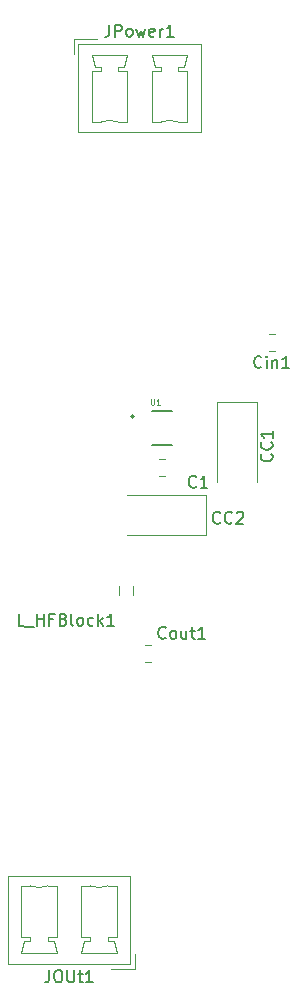
<source format=gbr>
%TF.GenerationSoftware,KiCad,Pcbnew,(5.1.9)-1*%
%TF.CreationDate,2021-03-17T18:47:33-04:00*%
%TF.ProjectId,InverterChargePump,496e7665-7274-4657-9243-686172676550,rev?*%
%TF.SameCoordinates,Original*%
%TF.FileFunction,Legend,Top*%
%TF.FilePolarity,Positive*%
%FSLAX46Y46*%
G04 Gerber Fmt 4.6, Leading zero omitted, Abs format (unit mm)*
G04 Created by KiCad (PCBNEW (5.1.9)-1) date 2021-03-17 18:47:33*
%MOMM*%
%LPD*%
G01*
G04 APERTURE LIST*
%ADD10C,0.120000*%
%ADD11C,0.127000*%
%ADD12C,0.200000*%
%ADD13C,0.150000*%
%ADD14C,0.015000*%
G04 APERTURE END LIST*
D10*
%TO.C,L_HFBlock1*%
X130885000Y-105772378D02*
X130885000Y-106571622D01*
X132005000Y-105772378D02*
X132005000Y-106571622D01*
%TO.C,Cout1*%
X133027748Y-110771000D02*
X133550252Y-110771000D01*
X133027748Y-112241000D02*
X133550252Y-112241000D01*
%TO.C,Cin1*%
X144025252Y-85952000D02*
X143502748Y-85952000D01*
X144025252Y-84482000D02*
X143502748Y-84482000D01*
%TO.C,CC2*%
X131493000Y-101532000D02*
X138253000Y-101532000D01*
X138253000Y-101532000D02*
X138253000Y-98112000D01*
X138253000Y-98112000D02*
X131493000Y-98112000D01*
%TO.C,CC1*%
X142553000Y-96980000D02*
X142553000Y-90220000D01*
X142553000Y-90220000D02*
X139133000Y-90220000D01*
X139133000Y-90220000D02*
X139133000Y-96980000D01*
D11*
%TO.C,U1*%
X133613000Y-91006000D02*
X135373000Y-91006000D01*
X133613000Y-93906000D02*
X135373000Y-93906000D01*
D12*
X132093000Y-91456000D02*
G75*
G03*
X132093000Y-91456000I-100000J0D01*
G01*
D10*
%TO.C,JPower1*%
X127398000Y-59929000D02*
X127398000Y-67399000D01*
X127398000Y-67399000D02*
X137778000Y-67399000D01*
X137778000Y-67399000D02*
X137778000Y-59929000D01*
X137778000Y-59929000D02*
X127398000Y-59929000D01*
X129298000Y-66539000D02*
X128548000Y-66539000D01*
X128548000Y-66539000D02*
X128548000Y-62239000D01*
X128548000Y-62239000D02*
X129298000Y-62239000D01*
X129298000Y-62239000D02*
X129298000Y-61889000D01*
X129298000Y-61889000D02*
X128798000Y-61889000D01*
X128798000Y-61889000D02*
X128548000Y-60889000D01*
X128548000Y-60889000D02*
X131548000Y-60889000D01*
X131548000Y-60889000D02*
X131298000Y-61889000D01*
X131298000Y-61889000D02*
X130798000Y-61889000D01*
X130798000Y-61889000D02*
X130798000Y-62239000D01*
X130798000Y-62239000D02*
X131548000Y-62239000D01*
X131548000Y-62239000D02*
X131548000Y-66539000D01*
X131548000Y-66539000D02*
X130798000Y-66539000D01*
X134378000Y-66539000D02*
X133628000Y-66539000D01*
X133628000Y-66539000D02*
X133628000Y-62239000D01*
X133628000Y-62239000D02*
X134378000Y-62239000D01*
X134378000Y-62239000D02*
X134378000Y-61889000D01*
X134378000Y-61889000D02*
X133878000Y-61889000D01*
X133878000Y-61889000D02*
X133628000Y-60889000D01*
X133628000Y-60889000D02*
X136628000Y-60889000D01*
X136628000Y-60889000D02*
X136378000Y-61889000D01*
X136378000Y-61889000D02*
X135878000Y-61889000D01*
X135878000Y-61889000D02*
X135878000Y-62239000D01*
X135878000Y-62239000D02*
X136628000Y-62239000D01*
X136628000Y-62239000D02*
X136628000Y-66539000D01*
X136628000Y-66539000D02*
X135878000Y-66539000D01*
X127008000Y-60789000D02*
X127008000Y-59539000D01*
X127008000Y-59539000D02*
X129008000Y-59539000D01*
X135877647Y-66538845D02*
G75*
G03*
X134378000Y-66539000I-749647J-1700155D01*
G01*
X130797647Y-66538845D02*
G75*
G03*
X129298000Y-66539000I-749647J-1700155D01*
G01*
%TO.C,JOUt1*%
X131809000Y-137810000D02*
X131809000Y-130340000D01*
X131809000Y-130340000D02*
X121429000Y-130340000D01*
X121429000Y-130340000D02*
X121429000Y-137810000D01*
X121429000Y-137810000D02*
X131809000Y-137810000D01*
X129909000Y-131200000D02*
X130659000Y-131200000D01*
X130659000Y-131200000D02*
X130659000Y-135500000D01*
X130659000Y-135500000D02*
X129909000Y-135500000D01*
X129909000Y-135500000D02*
X129909000Y-135850000D01*
X129909000Y-135850000D02*
X130409000Y-135850000D01*
X130409000Y-135850000D02*
X130659000Y-136850000D01*
X130659000Y-136850000D02*
X127659000Y-136850000D01*
X127659000Y-136850000D02*
X127909000Y-135850000D01*
X127909000Y-135850000D02*
X128409000Y-135850000D01*
X128409000Y-135850000D02*
X128409000Y-135500000D01*
X128409000Y-135500000D02*
X127659000Y-135500000D01*
X127659000Y-135500000D02*
X127659000Y-131200000D01*
X127659000Y-131200000D02*
X128409000Y-131200000D01*
X124829000Y-131200000D02*
X125579000Y-131200000D01*
X125579000Y-131200000D02*
X125579000Y-135500000D01*
X125579000Y-135500000D02*
X124829000Y-135500000D01*
X124829000Y-135500000D02*
X124829000Y-135850000D01*
X124829000Y-135850000D02*
X125329000Y-135850000D01*
X125329000Y-135850000D02*
X125579000Y-136850000D01*
X125579000Y-136850000D02*
X122579000Y-136850000D01*
X122579000Y-136850000D02*
X122829000Y-135850000D01*
X122829000Y-135850000D02*
X123329000Y-135850000D01*
X123329000Y-135850000D02*
X123329000Y-135500000D01*
X123329000Y-135500000D02*
X122579000Y-135500000D01*
X122579000Y-135500000D02*
X122579000Y-131200000D01*
X122579000Y-131200000D02*
X123329000Y-131200000D01*
X132199000Y-136950000D02*
X132199000Y-138200000D01*
X132199000Y-138200000D02*
X130199000Y-138200000D01*
X123329353Y-131200155D02*
G75*
G03*
X124829000Y-131200000I749647J1700155D01*
G01*
X128409353Y-131200155D02*
G75*
G03*
X129909000Y-131200000I749647J1700155D01*
G01*
%TO.C,C1*%
X134231748Y-95023000D02*
X134754252Y-95023000D01*
X134231748Y-96493000D02*
X134754252Y-96493000D01*
%TO.C,L_HFBlock1*%
D13*
X122817380Y-109164380D02*
X122341190Y-109164380D01*
X122341190Y-108164380D01*
X122912619Y-109259619D02*
X123674523Y-109259619D01*
X123912619Y-109164380D02*
X123912619Y-108164380D01*
X123912619Y-108640571D02*
X124484047Y-108640571D01*
X124484047Y-109164380D02*
X124484047Y-108164380D01*
X125293571Y-108640571D02*
X124960238Y-108640571D01*
X124960238Y-109164380D02*
X124960238Y-108164380D01*
X125436428Y-108164380D01*
X126150714Y-108640571D02*
X126293571Y-108688190D01*
X126341190Y-108735809D01*
X126388809Y-108831047D01*
X126388809Y-108973904D01*
X126341190Y-109069142D01*
X126293571Y-109116761D01*
X126198333Y-109164380D01*
X125817380Y-109164380D01*
X125817380Y-108164380D01*
X126150714Y-108164380D01*
X126245952Y-108212000D01*
X126293571Y-108259619D01*
X126341190Y-108354857D01*
X126341190Y-108450095D01*
X126293571Y-108545333D01*
X126245952Y-108592952D01*
X126150714Y-108640571D01*
X125817380Y-108640571D01*
X126960238Y-109164380D02*
X126865000Y-109116761D01*
X126817380Y-109021523D01*
X126817380Y-108164380D01*
X127484047Y-109164380D02*
X127388809Y-109116761D01*
X127341190Y-109069142D01*
X127293571Y-108973904D01*
X127293571Y-108688190D01*
X127341190Y-108592952D01*
X127388809Y-108545333D01*
X127484047Y-108497714D01*
X127626904Y-108497714D01*
X127722142Y-108545333D01*
X127769761Y-108592952D01*
X127817380Y-108688190D01*
X127817380Y-108973904D01*
X127769761Y-109069142D01*
X127722142Y-109116761D01*
X127626904Y-109164380D01*
X127484047Y-109164380D01*
X128674523Y-109116761D02*
X128579285Y-109164380D01*
X128388809Y-109164380D01*
X128293571Y-109116761D01*
X128245952Y-109069142D01*
X128198333Y-108973904D01*
X128198333Y-108688190D01*
X128245952Y-108592952D01*
X128293571Y-108545333D01*
X128388809Y-108497714D01*
X128579285Y-108497714D01*
X128674523Y-108545333D01*
X129103095Y-109164380D02*
X129103095Y-108164380D01*
X129198333Y-108783428D02*
X129484047Y-109164380D01*
X129484047Y-108497714D02*
X129103095Y-108878666D01*
X130436428Y-109164380D02*
X129865000Y-109164380D01*
X130150714Y-109164380D02*
X130150714Y-108164380D01*
X130055476Y-108307238D01*
X129960238Y-108402476D01*
X129865000Y-108450095D01*
%TO.C,Cout1*%
X134791857Y-110183142D02*
X134744238Y-110230761D01*
X134601380Y-110278380D01*
X134506142Y-110278380D01*
X134363285Y-110230761D01*
X134268047Y-110135523D01*
X134220428Y-110040285D01*
X134172809Y-109849809D01*
X134172809Y-109706952D01*
X134220428Y-109516476D01*
X134268047Y-109421238D01*
X134363285Y-109326000D01*
X134506142Y-109278380D01*
X134601380Y-109278380D01*
X134744238Y-109326000D01*
X134791857Y-109373619D01*
X135363285Y-110278380D02*
X135268047Y-110230761D01*
X135220428Y-110183142D01*
X135172809Y-110087904D01*
X135172809Y-109802190D01*
X135220428Y-109706952D01*
X135268047Y-109659333D01*
X135363285Y-109611714D01*
X135506142Y-109611714D01*
X135601380Y-109659333D01*
X135649000Y-109706952D01*
X135696619Y-109802190D01*
X135696619Y-110087904D01*
X135649000Y-110183142D01*
X135601380Y-110230761D01*
X135506142Y-110278380D01*
X135363285Y-110278380D01*
X136553761Y-109611714D02*
X136553761Y-110278380D01*
X136125190Y-109611714D02*
X136125190Y-110135523D01*
X136172809Y-110230761D01*
X136268047Y-110278380D01*
X136410904Y-110278380D01*
X136506142Y-110230761D01*
X136553761Y-110183142D01*
X136887095Y-109611714D02*
X137268047Y-109611714D01*
X137029952Y-109278380D02*
X137029952Y-110135523D01*
X137077571Y-110230761D01*
X137172809Y-110278380D01*
X137268047Y-110278380D01*
X138125190Y-110278380D02*
X137553761Y-110278380D01*
X137839476Y-110278380D02*
X137839476Y-109278380D01*
X137744238Y-109421238D01*
X137649000Y-109516476D01*
X137553761Y-109564095D01*
%TO.C,Cin1*%
X142906857Y-87254142D02*
X142859238Y-87301761D01*
X142716380Y-87349380D01*
X142621142Y-87349380D01*
X142478285Y-87301761D01*
X142383047Y-87206523D01*
X142335428Y-87111285D01*
X142287809Y-86920809D01*
X142287809Y-86777952D01*
X142335428Y-86587476D01*
X142383047Y-86492238D01*
X142478285Y-86397000D01*
X142621142Y-86349380D01*
X142716380Y-86349380D01*
X142859238Y-86397000D01*
X142906857Y-86444619D01*
X143335428Y-87349380D02*
X143335428Y-86682714D01*
X143335428Y-86349380D02*
X143287809Y-86397000D01*
X143335428Y-86444619D01*
X143383047Y-86397000D01*
X143335428Y-86349380D01*
X143335428Y-86444619D01*
X143811619Y-86682714D02*
X143811619Y-87349380D01*
X143811619Y-86777952D02*
X143859238Y-86730333D01*
X143954476Y-86682714D01*
X144097333Y-86682714D01*
X144192571Y-86730333D01*
X144240190Y-86825571D01*
X144240190Y-87349380D01*
X145240190Y-87349380D02*
X144668761Y-87349380D01*
X144954476Y-87349380D02*
X144954476Y-86349380D01*
X144859238Y-86492238D01*
X144764000Y-86587476D01*
X144668761Y-86635095D01*
%TO.C,CC2*%
X139414333Y-100433142D02*
X139366714Y-100480761D01*
X139223857Y-100528380D01*
X139128619Y-100528380D01*
X138985761Y-100480761D01*
X138890523Y-100385523D01*
X138842904Y-100290285D01*
X138795285Y-100099809D01*
X138795285Y-99956952D01*
X138842904Y-99766476D01*
X138890523Y-99671238D01*
X138985761Y-99576000D01*
X139128619Y-99528380D01*
X139223857Y-99528380D01*
X139366714Y-99576000D01*
X139414333Y-99623619D01*
X140414333Y-100433142D02*
X140366714Y-100480761D01*
X140223857Y-100528380D01*
X140128619Y-100528380D01*
X139985761Y-100480761D01*
X139890523Y-100385523D01*
X139842904Y-100290285D01*
X139795285Y-100099809D01*
X139795285Y-99956952D01*
X139842904Y-99766476D01*
X139890523Y-99671238D01*
X139985761Y-99576000D01*
X140128619Y-99528380D01*
X140223857Y-99528380D01*
X140366714Y-99576000D01*
X140414333Y-99623619D01*
X140795285Y-99623619D02*
X140842904Y-99576000D01*
X140938142Y-99528380D01*
X141176238Y-99528380D01*
X141271476Y-99576000D01*
X141319095Y-99623619D01*
X141366714Y-99718857D01*
X141366714Y-99814095D01*
X141319095Y-99956952D01*
X140747666Y-100528380D01*
X141366714Y-100528380D01*
%TO.C,CC1*%
X143750142Y-94646666D02*
X143797761Y-94694285D01*
X143845380Y-94837142D01*
X143845380Y-94932380D01*
X143797761Y-95075238D01*
X143702523Y-95170476D01*
X143607285Y-95218095D01*
X143416809Y-95265714D01*
X143273952Y-95265714D01*
X143083476Y-95218095D01*
X142988238Y-95170476D01*
X142893000Y-95075238D01*
X142845380Y-94932380D01*
X142845380Y-94837142D01*
X142893000Y-94694285D01*
X142940619Y-94646666D01*
X143750142Y-93646666D02*
X143797761Y-93694285D01*
X143845380Y-93837142D01*
X143845380Y-93932380D01*
X143797761Y-94075238D01*
X143702523Y-94170476D01*
X143607285Y-94218095D01*
X143416809Y-94265714D01*
X143273952Y-94265714D01*
X143083476Y-94218095D01*
X142988238Y-94170476D01*
X142893000Y-94075238D01*
X142845380Y-93932380D01*
X142845380Y-93837142D01*
X142893000Y-93694285D01*
X142940619Y-93646666D01*
X143845380Y-92694285D02*
X143845380Y-93265714D01*
X143845380Y-92980000D02*
X142845380Y-92980000D01*
X142988238Y-93075238D01*
X143083476Y-93170476D01*
X143131095Y-93265714D01*
%TO.C,U1*%
D14*
X133549840Y-89984563D02*
X133549840Y-90373729D01*
X133572732Y-90419514D01*
X133595625Y-90442406D01*
X133641409Y-90465298D01*
X133732977Y-90465298D01*
X133778762Y-90442406D01*
X133801654Y-90419514D01*
X133824546Y-90373729D01*
X133824546Y-89984563D01*
X134305281Y-90465298D02*
X134030575Y-90465298D01*
X134167928Y-90465298D02*
X134167928Y-89984563D01*
X134122144Y-90053239D01*
X134076360Y-90099024D01*
X134030575Y-90121916D01*
%TO.C,JPower1*%
D13*
X130040380Y-58291380D02*
X130040380Y-59005666D01*
X129992761Y-59148523D01*
X129897523Y-59243761D01*
X129754666Y-59291380D01*
X129659428Y-59291380D01*
X130516571Y-59291380D02*
X130516571Y-58291380D01*
X130897523Y-58291380D01*
X130992761Y-58339000D01*
X131040380Y-58386619D01*
X131088000Y-58481857D01*
X131088000Y-58624714D01*
X131040380Y-58719952D01*
X130992761Y-58767571D01*
X130897523Y-58815190D01*
X130516571Y-58815190D01*
X131659428Y-59291380D02*
X131564190Y-59243761D01*
X131516571Y-59196142D01*
X131468952Y-59100904D01*
X131468952Y-58815190D01*
X131516571Y-58719952D01*
X131564190Y-58672333D01*
X131659428Y-58624714D01*
X131802285Y-58624714D01*
X131897523Y-58672333D01*
X131945142Y-58719952D01*
X131992761Y-58815190D01*
X131992761Y-59100904D01*
X131945142Y-59196142D01*
X131897523Y-59243761D01*
X131802285Y-59291380D01*
X131659428Y-59291380D01*
X132326095Y-58624714D02*
X132516571Y-59291380D01*
X132707047Y-58815190D01*
X132897523Y-59291380D01*
X133088000Y-58624714D01*
X133849904Y-59243761D02*
X133754666Y-59291380D01*
X133564190Y-59291380D01*
X133468952Y-59243761D01*
X133421333Y-59148523D01*
X133421333Y-58767571D01*
X133468952Y-58672333D01*
X133564190Y-58624714D01*
X133754666Y-58624714D01*
X133849904Y-58672333D01*
X133897523Y-58767571D01*
X133897523Y-58862809D01*
X133421333Y-58958047D01*
X134326095Y-59291380D02*
X134326095Y-58624714D01*
X134326095Y-58815190D02*
X134373714Y-58719952D01*
X134421333Y-58672333D01*
X134516571Y-58624714D01*
X134611809Y-58624714D01*
X135468952Y-59291380D02*
X134897523Y-59291380D01*
X135183238Y-59291380D02*
X135183238Y-58291380D01*
X135088000Y-58434238D01*
X134992761Y-58529476D01*
X134897523Y-58577095D01*
%TO.C,JOUt1*%
X124952333Y-138352380D02*
X124952333Y-139066666D01*
X124904714Y-139209523D01*
X124809476Y-139304761D01*
X124666619Y-139352380D01*
X124571380Y-139352380D01*
X125619000Y-138352380D02*
X125809476Y-138352380D01*
X125904714Y-138400000D01*
X125999952Y-138495238D01*
X126047571Y-138685714D01*
X126047571Y-139019047D01*
X125999952Y-139209523D01*
X125904714Y-139304761D01*
X125809476Y-139352380D01*
X125619000Y-139352380D01*
X125523761Y-139304761D01*
X125428523Y-139209523D01*
X125380904Y-139019047D01*
X125380904Y-138685714D01*
X125428523Y-138495238D01*
X125523761Y-138400000D01*
X125619000Y-138352380D01*
X126476142Y-138352380D02*
X126476142Y-139161904D01*
X126523761Y-139257142D01*
X126571380Y-139304761D01*
X126666619Y-139352380D01*
X126857095Y-139352380D01*
X126952333Y-139304761D01*
X126999952Y-139257142D01*
X127047571Y-139161904D01*
X127047571Y-138352380D01*
X127380904Y-138685714D02*
X127761857Y-138685714D01*
X127523761Y-138352380D02*
X127523761Y-139209523D01*
X127571380Y-139304761D01*
X127666619Y-139352380D01*
X127761857Y-139352380D01*
X128619000Y-139352380D02*
X128047571Y-139352380D01*
X128333285Y-139352380D02*
X128333285Y-138352380D01*
X128238047Y-138495238D01*
X128142809Y-138590476D01*
X128047571Y-138638095D01*
%TO.C,C1*%
X137374333Y-97385142D02*
X137326714Y-97432761D01*
X137183857Y-97480380D01*
X137088619Y-97480380D01*
X136945761Y-97432761D01*
X136850523Y-97337523D01*
X136802904Y-97242285D01*
X136755285Y-97051809D01*
X136755285Y-96908952D01*
X136802904Y-96718476D01*
X136850523Y-96623238D01*
X136945761Y-96528000D01*
X137088619Y-96480380D01*
X137183857Y-96480380D01*
X137326714Y-96528000D01*
X137374333Y-96575619D01*
X138326714Y-97480380D02*
X137755285Y-97480380D01*
X138041000Y-97480380D02*
X138041000Y-96480380D01*
X137945761Y-96623238D01*
X137850523Y-96718476D01*
X137755285Y-96766095D01*
%TD*%
M02*

</source>
